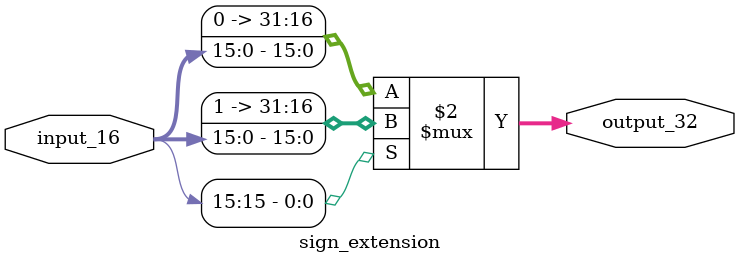
<source format=v>
`timescale 1ns / 1ps


module sign_extension(
    input [15:0] input_16,
    output [31:0] output_32
    );
    
    assign output_32 = (input_16[15] == 1'b1)? {{16{1'b1}},input_16} :{{16{1'b0}},input_16};
     
endmodule



</source>
